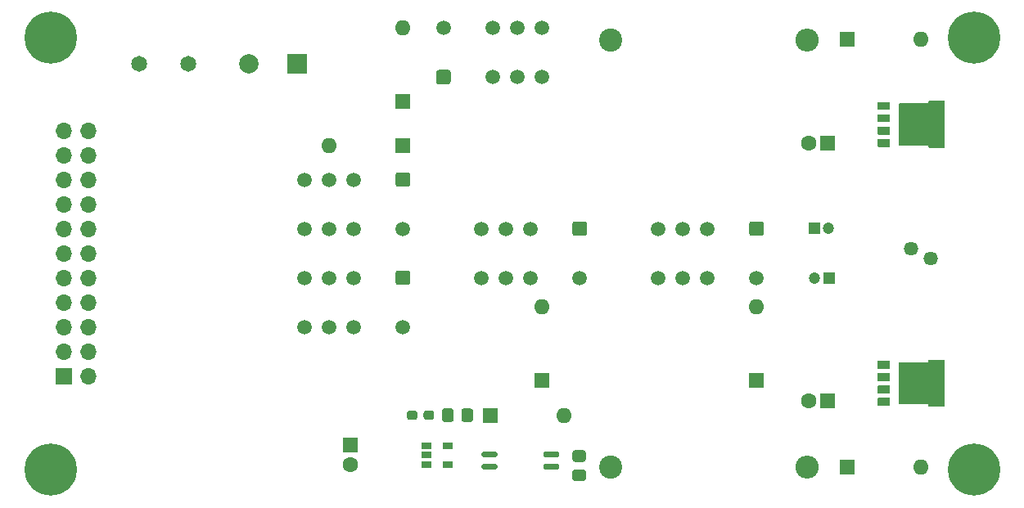
<source format=gbr>
%TF.GenerationSoftware,KiCad,Pcbnew,(5.1.7)-1*%
%TF.CreationDate,2021-07-26T21:24:21-04:00*%
%TF.ProjectId,PhoneInterface,50686f6e-6549-46e7-9465-72666163652e,rev?*%
%TF.SameCoordinates,Original*%
%TF.FileFunction,Soldermask,Top*%
%TF.FilePolarity,Negative*%
%FSLAX46Y46*%
G04 Gerber Fmt 4.6, Leading zero omitted, Abs format (unit mm)*
G04 Created by KiCad (PCBNEW (5.1.7)-1) date 2021-07-26 21:24:21*
%MOMM*%
%LPD*%
G01*
G04 APERTURE LIST*
%ADD10C,5.400000*%
%ADD11R,1.060000X0.650000*%
%ADD12O,2.400000X2.400000*%
%ADD13C,2.400000*%
%ADD14C,0.100000*%
%ADD15C,1.500000*%
%ADD16C,1.462000*%
%ADD17O,1.700000X1.700000*%
%ADD18R,1.700000X1.700000*%
%ADD19C,1.650000*%
%ADD20O,1.600000X1.600000*%
%ADD21R,1.600000X1.600000*%
%ADD22C,2.000000*%
%ADD23R,2.000000X2.000000*%
%ADD24C,1.600000*%
%ADD25C,1.200000*%
%ADD26R,1.200000X1.200000*%
G04 APERTURE END LIST*
D10*
%TO.C,H4*%
X95377000Y-78613000D03*
%TD*%
%TO.C,H3*%
X95377000Y-123317000D03*
%TD*%
D11*
%TO.C,U2*%
X136482000Y-120843000D03*
X136482000Y-122743000D03*
X134282000Y-122743000D03*
X134282000Y-121793000D03*
X134282000Y-120843000D03*
%TD*%
%TO.C,U1*%
G36*
G01*
X141592000Y-122849500D02*
X141592000Y-123149500D01*
G75*
G02*
X141442000Y-123299500I-150000J0D01*
G01*
X140117000Y-123299500D01*
G75*
G02*
X139967000Y-123149500I0J150000D01*
G01*
X139967000Y-122849500D01*
G75*
G02*
X140117000Y-122699500I150000J0D01*
G01*
X141442000Y-122699500D01*
G75*
G02*
X141592000Y-122849500I0J-150000D01*
G01*
G37*
G36*
G01*
X141592000Y-121579500D02*
X141592000Y-121879500D01*
G75*
G02*
X141442000Y-122029500I-150000J0D01*
G01*
X140117000Y-122029500D01*
G75*
G02*
X139967000Y-121879500I0J150000D01*
G01*
X139967000Y-121579500D01*
G75*
G02*
X140117000Y-121429500I150000J0D01*
G01*
X141442000Y-121429500D01*
G75*
G02*
X141592000Y-121579500I0J-150000D01*
G01*
G37*
G36*
G01*
X147967000Y-121579500D02*
X147967000Y-121879500D01*
G75*
G02*
X147817000Y-122029500I-150000J0D01*
G01*
X146492000Y-122029500D01*
G75*
G02*
X146342000Y-121879500I0J150000D01*
G01*
X146342000Y-121579500D01*
G75*
G02*
X146492000Y-121429500I150000J0D01*
G01*
X147817000Y-121429500D01*
G75*
G02*
X147967000Y-121579500I0J-150000D01*
G01*
G37*
G36*
G01*
X147967000Y-122849500D02*
X147967000Y-123149500D01*
G75*
G02*
X147817000Y-123299500I-150000J0D01*
G01*
X146492000Y-123299500D01*
G75*
G02*
X146342000Y-123149500I0J150000D01*
G01*
X146342000Y-122849500D01*
G75*
G02*
X146492000Y-122699500I150000J0D01*
G01*
X147817000Y-122699500D01*
G75*
G02*
X147967000Y-122849500I0J-150000D01*
G01*
G37*
%TD*%
D12*
%TO.C,R10*%
X173609000Y-78867000D03*
D13*
X153289000Y-78867000D03*
%TD*%
D12*
%TO.C,R3*%
X173609000Y-123063000D03*
D13*
X153289000Y-123063000D03*
%TD*%
%TO.C,R2*%
G36*
G01*
X150500501Y-122488500D02*
X149600499Y-122488500D01*
G75*
G02*
X149350500Y-122238501I0J249999D01*
G01*
X149350500Y-121538499D01*
G75*
G02*
X149600499Y-121288500I249999J0D01*
G01*
X150500501Y-121288500D01*
G75*
G02*
X150750500Y-121538499I0J-249999D01*
G01*
X150750500Y-122238501D01*
G75*
G02*
X150500501Y-122488500I-249999J0D01*
G01*
G37*
G36*
G01*
X150500501Y-124488500D02*
X149600499Y-124488500D01*
G75*
G02*
X149350500Y-124238501I0J249999D01*
G01*
X149350500Y-123538499D01*
G75*
G02*
X149600499Y-123288500I249999J0D01*
G01*
X150500501Y-123288500D01*
G75*
G02*
X150750500Y-123538499I0J-249999D01*
G01*
X150750500Y-124238501D01*
G75*
G02*
X150500501Y-124488500I-249999J0D01*
G01*
G37*
%TD*%
%TO.C,R1*%
G36*
G01*
X137077500Y-117215499D02*
X137077500Y-118115501D01*
G75*
G02*
X136827501Y-118365500I-249999J0D01*
G01*
X136127499Y-118365500D01*
G75*
G02*
X135877500Y-118115501I0J249999D01*
G01*
X135877500Y-117215499D01*
G75*
G02*
X136127499Y-116965500I249999J0D01*
G01*
X136827501Y-116965500D01*
G75*
G02*
X137077500Y-117215499I0J-249999D01*
G01*
G37*
G36*
G01*
X139077500Y-117215499D02*
X139077500Y-118115501D01*
G75*
G02*
X138827501Y-118365500I-249999J0D01*
G01*
X138127499Y-118365500D01*
G75*
G02*
X137877500Y-118115501I0J249999D01*
G01*
X137877500Y-117215499D01*
G75*
G02*
X138127499Y-116965500I249999J0D01*
G01*
X138827501Y-116965500D01*
G75*
G02*
X139077500Y-117215499I0J-249999D01*
G01*
G37*
%TD*%
D14*
%TO.C,Q2*%
G36*
X187827656Y-85147845D02*
G01*
X187840788Y-85151828D01*
X187852890Y-85158297D01*
X187863497Y-85167003D01*
X187872203Y-85177610D01*
X187878672Y-85189712D01*
X187882655Y-85202844D01*
X187884000Y-85216500D01*
X187884000Y-89916500D01*
X187882655Y-89930156D01*
X187878672Y-89943288D01*
X187872203Y-89955390D01*
X187863497Y-89965997D01*
X187852890Y-89974703D01*
X187840788Y-89981172D01*
X187827656Y-89985155D01*
X187814000Y-89986500D01*
X186264000Y-89986500D01*
X186250344Y-89985155D01*
X186237212Y-89981172D01*
X186225110Y-89974703D01*
X186214503Y-89965997D01*
X186205797Y-89955390D01*
X186199328Y-89943288D01*
X186195345Y-89930156D01*
X186194000Y-89916500D01*
X186194000Y-89736500D01*
X183189000Y-89736500D01*
X183175344Y-89735155D01*
X183162212Y-89731172D01*
X183150110Y-89724703D01*
X183139503Y-89715997D01*
X183130797Y-89705390D01*
X183124328Y-89693288D01*
X183120345Y-89680156D01*
X183119000Y-89666500D01*
X183119000Y-85466500D01*
X183120345Y-85452844D01*
X183124328Y-85439712D01*
X183130797Y-85427610D01*
X183139503Y-85417003D01*
X183150110Y-85408297D01*
X183162212Y-85401828D01*
X183175344Y-85397845D01*
X183189000Y-85396500D01*
X186194000Y-85396500D01*
X186194000Y-85216500D01*
X186195345Y-85202844D01*
X186199328Y-85189712D01*
X186205797Y-85177610D01*
X186214503Y-85167003D01*
X186225110Y-85158297D01*
X186237212Y-85151828D01*
X186250344Y-85147845D01*
X186264000Y-85146500D01*
X187814000Y-85146500D01*
X187827656Y-85147845D01*
G37*
G36*
G01*
X180994000Y-89056500D02*
X182144000Y-89056500D01*
G75*
G02*
X182214000Y-89126500I0J-70000D01*
G01*
X182214000Y-89826500D01*
G75*
G02*
X182144000Y-89896500I-70000J0D01*
G01*
X180994000Y-89896500D01*
G75*
G02*
X180924000Y-89826500I0J70000D01*
G01*
X180924000Y-89126500D01*
G75*
G02*
X180994000Y-89056500I70000J0D01*
G01*
G37*
G36*
G01*
X180994000Y-87786500D02*
X182144000Y-87786500D01*
G75*
G02*
X182214000Y-87856500I0J-70000D01*
G01*
X182214000Y-88556500D01*
G75*
G02*
X182144000Y-88626500I-70000J0D01*
G01*
X180994000Y-88626500D01*
G75*
G02*
X180924000Y-88556500I0J70000D01*
G01*
X180924000Y-87856500D01*
G75*
G02*
X180994000Y-87786500I70000J0D01*
G01*
G37*
G36*
G01*
X180994000Y-85236500D02*
X182144000Y-85236500D01*
G75*
G02*
X182214000Y-85306500I0J-70000D01*
G01*
X182214000Y-86006500D01*
G75*
G02*
X182144000Y-86076500I-70000J0D01*
G01*
X180994000Y-86076500D01*
G75*
G02*
X180924000Y-86006500I0J70000D01*
G01*
X180924000Y-85306500D01*
G75*
G02*
X180994000Y-85236500I70000J0D01*
G01*
G37*
G36*
G01*
X180994000Y-86506500D02*
X182144000Y-86506500D01*
G75*
G02*
X182214000Y-86576500I0J-70000D01*
G01*
X182214000Y-87276500D01*
G75*
G02*
X182144000Y-87346500I-70000J0D01*
G01*
X180994000Y-87346500D01*
G75*
G02*
X180924000Y-87276500I0J70000D01*
G01*
X180924000Y-86576500D01*
G75*
G02*
X180994000Y-86506500I70000J0D01*
G01*
G37*
%TD*%
%TO.C,Q1*%
G36*
X187827656Y-111944845D02*
G01*
X187840788Y-111948828D01*
X187852890Y-111955297D01*
X187863497Y-111964003D01*
X187872203Y-111974610D01*
X187878672Y-111986712D01*
X187882655Y-111999844D01*
X187884000Y-112013500D01*
X187884000Y-116713500D01*
X187882655Y-116727156D01*
X187878672Y-116740288D01*
X187872203Y-116752390D01*
X187863497Y-116762997D01*
X187852890Y-116771703D01*
X187840788Y-116778172D01*
X187827656Y-116782155D01*
X187814000Y-116783500D01*
X186264000Y-116783500D01*
X186250344Y-116782155D01*
X186237212Y-116778172D01*
X186225110Y-116771703D01*
X186214503Y-116762997D01*
X186205797Y-116752390D01*
X186199328Y-116740288D01*
X186195345Y-116727156D01*
X186194000Y-116713500D01*
X186194000Y-116533500D01*
X183189000Y-116533500D01*
X183175344Y-116532155D01*
X183162212Y-116528172D01*
X183150110Y-116521703D01*
X183139503Y-116512997D01*
X183130797Y-116502390D01*
X183124328Y-116490288D01*
X183120345Y-116477156D01*
X183119000Y-116463500D01*
X183119000Y-112263500D01*
X183120345Y-112249844D01*
X183124328Y-112236712D01*
X183130797Y-112224610D01*
X183139503Y-112214003D01*
X183150110Y-112205297D01*
X183162212Y-112198828D01*
X183175344Y-112194845D01*
X183189000Y-112193500D01*
X186194000Y-112193500D01*
X186194000Y-112013500D01*
X186195345Y-111999844D01*
X186199328Y-111986712D01*
X186205797Y-111974610D01*
X186214503Y-111964003D01*
X186225110Y-111955297D01*
X186237212Y-111948828D01*
X186250344Y-111944845D01*
X186264000Y-111943500D01*
X187814000Y-111943500D01*
X187827656Y-111944845D01*
G37*
G36*
G01*
X180994000Y-115853500D02*
X182144000Y-115853500D01*
G75*
G02*
X182214000Y-115923500I0J-70000D01*
G01*
X182214000Y-116623500D01*
G75*
G02*
X182144000Y-116693500I-70000J0D01*
G01*
X180994000Y-116693500D01*
G75*
G02*
X180924000Y-116623500I0J70000D01*
G01*
X180924000Y-115923500D01*
G75*
G02*
X180994000Y-115853500I70000J0D01*
G01*
G37*
G36*
G01*
X180994000Y-114583500D02*
X182144000Y-114583500D01*
G75*
G02*
X182214000Y-114653500I0J-70000D01*
G01*
X182214000Y-115353500D01*
G75*
G02*
X182144000Y-115423500I-70000J0D01*
G01*
X180994000Y-115423500D01*
G75*
G02*
X180924000Y-115353500I0J70000D01*
G01*
X180924000Y-114653500D01*
G75*
G02*
X180994000Y-114583500I70000J0D01*
G01*
G37*
G36*
G01*
X180994000Y-112033500D02*
X182144000Y-112033500D01*
G75*
G02*
X182214000Y-112103500I0J-70000D01*
G01*
X182214000Y-112803500D01*
G75*
G02*
X182144000Y-112873500I-70000J0D01*
G01*
X180994000Y-112873500D01*
G75*
G02*
X180924000Y-112803500I0J70000D01*
G01*
X180924000Y-112103500D01*
G75*
G02*
X180994000Y-112033500I70000J0D01*
G01*
G37*
G36*
G01*
X180994000Y-113303500D02*
X182144000Y-113303500D01*
G75*
G02*
X182214000Y-113373500I0J-70000D01*
G01*
X182214000Y-114073500D01*
G75*
G02*
X182144000Y-114143500I-70000J0D01*
G01*
X180994000Y-114143500D01*
G75*
G02*
X180924000Y-114073500I0J70000D01*
G01*
X180924000Y-113373500D01*
G75*
G02*
X180994000Y-113303500I70000J0D01*
G01*
G37*
%TD*%
D15*
%TO.C,K5*%
X131826000Y-98361500D03*
X126746000Y-98361500D03*
X124206000Y-98361500D03*
X121666000Y-98361500D03*
X121666000Y-93281500D03*
X124206000Y-93281500D03*
X126746000Y-93281500D03*
G36*
G01*
X131326500Y-92531500D02*
X132325500Y-92531500D01*
G75*
G02*
X132576000Y-92782000I0J-250500D01*
G01*
X132576000Y-93781000D01*
G75*
G02*
X132325500Y-94031500I-250500J0D01*
G01*
X131326500Y-94031500D01*
G75*
G02*
X131076000Y-93781000I0J250500D01*
G01*
X131076000Y-92782000D01*
G75*
G02*
X131326500Y-92531500I250500J0D01*
G01*
G37*
%TD*%
%TO.C,K4*%
X136017000Y-77597000D03*
X141097000Y-77597000D03*
X143637000Y-77597000D03*
X146177000Y-77597000D03*
X146177000Y-82677000D03*
X143637000Y-82677000D03*
X141097000Y-82677000D03*
G36*
G01*
X136516500Y-83427000D02*
X135517500Y-83427000D01*
G75*
G02*
X135267000Y-83176500I0J250500D01*
G01*
X135267000Y-82177500D01*
G75*
G02*
X135517500Y-81927000I250500J0D01*
G01*
X136516500Y-81927000D01*
G75*
G02*
X136767000Y-82177500I0J-250500D01*
G01*
X136767000Y-83176500D01*
G75*
G02*
X136516500Y-83427000I-250500J0D01*
G01*
G37*
%TD*%
%TO.C,K3*%
X168402000Y-103441500D03*
X163322000Y-103441500D03*
X160782000Y-103441500D03*
X158242000Y-103441500D03*
X158242000Y-98361500D03*
X160782000Y-98361500D03*
X163322000Y-98361500D03*
G36*
G01*
X167902500Y-97611500D02*
X168901500Y-97611500D01*
G75*
G02*
X169152000Y-97862000I0J-250500D01*
G01*
X169152000Y-98861000D01*
G75*
G02*
X168901500Y-99111500I-250500J0D01*
G01*
X167902500Y-99111500D01*
G75*
G02*
X167652000Y-98861000I0J250500D01*
G01*
X167652000Y-97862000D01*
G75*
G02*
X167902500Y-97611500I250500J0D01*
G01*
G37*
%TD*%
%TO.C,K2*%
X150114000Y-103441500D03*
X145034000Y-103441500D03*
X142494000Y-103441500D03*
X139954000Y-103441500D03*
X139954000Y-98361500D03*
X142494000Y-98361500D03*
X145034000Y-98361500D03*
G36*
G01*
X149614500Y-97611500D02*
X150613500Y-97611500D01*
G75*
G02*
X150864000Y-97862000I0J-250500D01*
G01*
X150864000Y-98861000D01*
G75*
G02*
X150613500Y-99111500I-250500J0D01*
G01*
X149614500Y-99111500D01*
G75*
G02*
X149364000Y-98861000I0J250500D01*
G01*
X149364000Y-97862000D01*
G75*
G02*
X149614500Y-97611500I250500J0D01*
G01*
G37*
%TD*%
%TO.C,K1*%
X131826000Y-108521500D03*
X126746000Y-108521500D03*
X124206000Y-108521500D03*
X121666000Y-108521500D03*
X121666000Y-103441500D03*
X124206000Y-103441500D03*
X126746000Y-103441500D03*
G36*
G01*
X131326500Y-102691500D02*
X132325500Y-102691500D01*
G75*
G02*
X132576000Y-102942000I0J-250500D01*
G01*
X132576000Y-103941000D01*
G75*
G02*
X132325500Y-104191500I-250500J0D01*
G01*
X131326500Y-104191500D01*
G75*
G02*
X131076000Y-103941000I0J250500D01*
G01*
X131076000Y-102942000D01*
G75*
G02*
X131326500Y-102691500I250500J0D01*
G01*
G37*
%TD*%
D16*
%TO.C,J2*%
X186434000Y-101477000D03*
X184404000Y-100457000D03*
%TD*%
D17*
%TO.C,J1*%
X99314000Y-88265000D03*
X96774000Y-88265000D03*
X99314000Y-90805000D03*
X96774000Y-90805000D03*
X99314000Y-93345000D03*
X96774000Y-93345000D03*
X99314000Y-95885000D03*
X96774000Y-95885000D03*
X99314000Y-98425000D03*
X96774000Y-98425000D03*
X99314000Y-100965000D03*
X96774000Y-100965000D03*
X99314000Y-103505000D03*
X96774000Y-103505000D03*
X99314000Y-106045000D03*
X96774000Y-106045000D03*
X99314000Y-108585000D03*
X96774000Y-108585000D03*
X99314000Y-111125000D03*
X96774000Y-111125000D03*
X99314000Y-113665000D03*
D18*
X96774000Y-113665000D03*
%TD*%
D10*
%TO.C,H2*%
X190881000Y-123317000D03*
%TD*%
%TO.C,H1*%
X190881000Y-78613000D03*
%TD*%
D19*
%TO.C,F1*%
X109601000Y-81280000D03*
X104521000Y-81280000D03*
%TD*%
D20*
%TO.C,D9*%
X124206000Y-89725500D03*
D21*
X131826000Y-89725500D03*
%TD*%
D20*
%TO.C,D8*%
X131826000Y-77597000D03*
D21*
X131826000Y-85217000D03*
%TD*%
D20*
%TO.C,D6*%
X185420000Y-78740000D03*
D21*
X177800000Y-78740000D03*
%TD*%
D20*
%TO.C,D5*%
X168402000Y-106426000D03*
D21*
X168402000Y-114046000D03*
%TD*%
D20*
%TO.C,D4*%
X146240500Y-106426000D03*
D21*
X146240500Y-114046000D03*
%TD*%
D20*
%TO.C,D3*%
X185420000Y-123063000D03*
D21*
X177800000Y-123063000D03*
%TD*%
D20*
%TO.C,D1*%
X148526500Y-117665500D03*
D21*
X140906500Y-117665500D03*
%TD*%
D22*
%TO.C,C8*%
X115904000Y-81280000D03*
D23*
X120904000Y-81280000D03*
%TD*%
%TO.C,C6*%
G36*
G01*
X133316000Y-117428000D02*
X133316000Y-117903000D01*
G75*
G02*
X133078500Y-118140500I-237500J0D01*
G01*
X132478500Y-118140500D01*
G75*
G02*
X132241000Y-117903000I0J237500D01*
G01*
X132241000Y-117428000D01*
G75*
G02*
X132478500Y-117190500I237500J0D01*
G01*
X133078500Y-117190500D01*
G75*
G02*
X133316000Y-117428000I0J-237500D01*
G01*
G37*
G36*
G01*
X135041000Y-117428000D02*
X135041000Y-117903000D01*
G75*
G02*
X134803500Y-118140500I-237500J0D01*
G01*
X134203500Y-118140500D01*
G75*
G02*
X133966000Y-117903000I0J237500D01*
G01*
X133966000Y-117428000D01*
G75*
G02*
X134203500Y-117190500I237500J0D01*
G01*
X134803500Y-117190500D01*
G75*
G02*
X135041000Y-117428000I0J-237500D01*
G01*
G37*
%TD*%
D24*
%TO.C,C5*%
X126428500Y-122777000D03*
D21*
X126428500Y-120777000D03*
%TD*%
D24*
%TO.C,C4*%
X173768000Y-89535000D03*
D21*
X175768000Y-89535000D03*
%TD*%
D25*
%TO.C,C3*%
X175871000Y-98298000D03*
D26*
X174371000Y-98298000D03*
%TD*%
D25*
%TO.C,C2*%
X174395000Y-103505000D03*
D26*
X175895000Y-103505000D03*
%TD*%
D24*
%TO.C,C1*%
X173768000Y-116205000D03*
D21*
X175768000Y-116205000D03*
%TD*%
M02*

</source>
